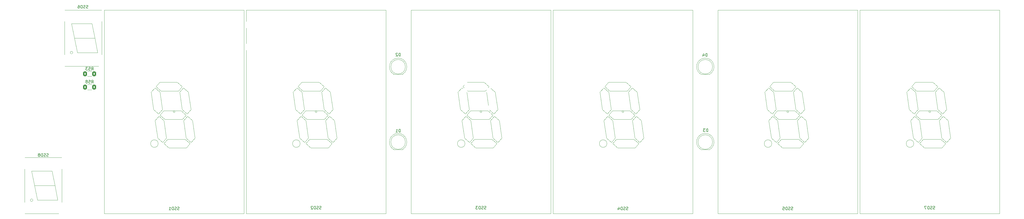
<source format=gbr>
%TF.GenerationSoftware,KiCad,Pcbnew,(6.0.10)*%
%TF.CreationDate,2023-02-22T22:23:04-03:00*%
%TF.ProjectId,SevenSegmentClock,53657665-6e53-4656-976d-656e74436c6f,rev?*%
%TF.SameCoordinates,Original*%
%TF.FileFunction,Legend,Bot*%
%TF.FilePolarity,Positive*%
%FSLAX46Y46*%
G04 Gerber Fmt 4.6, Leading zero omitted, Abs format (unit mm)*
G04 Created by KiCad (PCBNEW (6.0.10)) date 2023-02-22 22:23:04*
%MOMM*%
%LPD*%
G01*
G04 APERTURE LIST*
G04 Aperture macros list*
%AMRoundRect*
0 Rectangle with rounded corners*
0 $1 Rounding radius*
0 $2 $3 $4 $5 $6 $7 $8 $9 X,Y pos of 4 corners*
0 Add a 4 corners polygon primitive as box body*
4,1,4,$2,$3,$4,$5,$6,$7,$8,$9,$2,$3,0*
0 Add four circle primitives for the rounded corners*
1,1,$1+$1,$2,$3*
1,1,$1+$1,$4,$5*
1,1,$1+$1,$6,$7*
1,1,$1+$1,$8,$9*
0 Add four rect primitives between the rounded corners*
20,1,$1+$1,$2,$3,$4,$5,0*
20,1,$1+$1,$4,$5,$6,$7,0*
20,1,$1+$1,$6,$7,$8,$9,0*
20,1,$1+$1,$8,$9,$2,$3,0*%
G04 Aperture macros list end*
%ADD10C,0.150000*%
%ADD11C,0.120000*%
%ADD12R,1.600000X2.400000*%
%ADD13O,1.600000X2.400000*%
%ADD14R,1.500000X1.050000*%
%ADD15O,1.500000X1.050000*%
%ADD16R,1.524000X1.524000*%
%ADD17C,1.524000*%
%ADD18R,1.700000X1.700000*%
%ADD19R,1.600000X1.600000*%
%ADD20C,1.600000*%
%ADD21O,1.600000X1.600000*%
%ADD22R,1.050000X1.500000*%
%ADD23O,1.050000X1.500000*%
%ADD24R,2.000000X2.000000*%
%ADD25C,2.000000*%
%ADD26R,2.400000X1.600000*%
%ADD27O,2.400000X1.600000*%
%ADD28R,1.500000X1.500000*%
%ADD29C,1.500000*%
%ADD30R,1.905000X2.000000*%
%ADD31O,1.905000X2.000000*%
%ADD32R,1.750000X1.750000*%
%ADD33C,1.750000*%
%ADD34R,1.524000X2.524000*%
%ADD35O,1.524000X2.524000*%
%ADD36R,1.800000X1.800000*%
%ADD37C,1.800000*%
%ADD38RoundRect,0.250000X0.400000X0.625000X-0.400000X0.625000X-0.400000X-0.625000X0.400000X-0.625000X0*%
G04 APERTURE END LIST*
D10*
%TO.C,SSD4*%
X256838195Y-149386361D02*
X256695338Y-149433980D01*
X256457242Y-149433980D01*
X256362004Y-149386361D01*
X256314385Y-149338742D01*
X256266766Y-149243504D01*
X256266766Y-149148266D01*
X256314385Y-149053028D01*
X256362004Y-149005409D01*
X256457242Y-148957790D01*
X256647719Y-148910171D01*
X256742957Y-148862552D01*
X256790576Y-148814933D01*
X256838195Y-148719695D01*
X256838195Y-148624457D01*
X256790576Y-148529219D01*
X256742957Y-148481600D01*
X256647719Y-148433980D01*
X256409623Y-148433980D01*
X256266766Y-148481600D01*
X255885814Y-149386361D02*
X255742957Y-149433980D01*
X255504861Y-149433980D01*
X255409623Y-149386361D01*
X255362004Y-149338742D01*
X255314385Y-149243504D01*
X255314385Y-149148266D01*
X255362004Y-149053028D01*
X255409623Y-149005409D01*
X255504861Y-148957790D01*
X255695338Y-148910171D01*
X255790576Y-148862552D01*
X255838195Y-148814933D01*
X255885814Y-148719695D01*
X255885814Y-148624457D01*
X255838195Y-148529219D01*
X255790576Y-148481600D01*
X255695338Y-148433980D01*
X255457242Y-148433980D01*
X255314385Y-148481600D01*
X254885814Y-149433980D02*
X254885814Y-148433980D01*
X254647719Y-148433980D01*
X254504861Y-148481600D01*
X254409623Y-148576838D01*
X254362004Y-148672076D01*
X254314385Y-148862552D01*
X254314385Y-149005409D01*
X254362004Y-149195885D01*
X254409623Y-149291123D01*
X254504861Y-149386361D01*
X254647719Y-149433980D01*
X254885814Y-149433980D01*
X253457242Y-148767314D02*
X253457242Y-149433980D01*
X253695338Y-148386361D02*
X253933433Y-149100647D01*
X253314385Y-149100647D01*
%TO.C,SSD8*%
X57719695Y-130996661D02*
X57576838Y-131044280D01*
X57338742Y-131044280D01*
X57243504Y-130996661D01*
X57195885Y-130949042D01*
X57148266Y-130853804D01*
X57148266Y-130758566D01*
X57195885Y-130663328D01*
X57243504Y-130615709D01*
X57338742Y-130568090D01*
X57529219Y-130520471D01*
X57624457Y-130472852D01*
X57672076Y-130425233D01*
X57719695Y-130329995D01*
X57719695Y-130234757D01*
X57672076Y-130139519D01*
X57624457Y-130091900D01*
X57529219Y-130044280D01*
X57291123Y-130044280D01*
X57148266Y-130091900D01*
X56767314Y-130996661D02*
X56624457Y-131044280D01*
X56386361Y-131044280D01*
X56291123Y-130996661D01*
X56243504Y-130949042D01*
X56195885Y-130853804D01*
X56195885Y-130758566D01*
X56243504Y-130663328D01*
X56291123Y-130615709D01*
X56386361Y-130568090D01*
X56576838Y-130520471D01*
X56672076Y-130472852D01*
X56719695Y-130425233D01*
X56767314Y-130329995D01*
X56767314Y-130234757D01*
X56719695Y-130139519D01*
X56672076Y-130091900D01*
X56576838Y-130044280D01*
X56338742Y-130044280D01*
X56195885Y-130091900D01*
X55767314Y-131044280D02*
X55767314Y-130044280D01*
X55529219Y-130044280D01*
X55386361Y-130091900D01*
X55291123Y-130187138D01*
X55243504Y-130282376D01*
X55195885Y-130472852D01*
X55195885Y-130615709D01*
X55243504Y-130806185D01*
X55291123Y-130901423D01*
X55386361Y-130996661D01*
X55529219Y-131044280D01*
X55767314Y-131044280D01*
X54624457Y-130472852D02*
X54719695Y-130425233D01*
X54767314Y-130377614D01*
X54814933Y-130282376D01*
X54814933Y-130234757D01*
X54767314Y-130139519D01*
X54719695Y-130091900D01*
X54624457Y-130044280D01*
X54433980Y-130044280D01*
X54338742Y-130091900D01*
X54291123Y-130139519D01*
X54243504Y-130234757D01*
X54243504Y-130282376D01*
X54291123Y-130377614D01*
X54338742Y-130425233D01*
X54433980Y-130472852D01*
X54624457Y-130472852D01*
X54719695Y-130520471D01*
X54767314Y-130568090D01*
X54814933Y-130663328D01*
X54814933Y-130853804D01*
X54767314Y-130949042D01*
X54719695Y-130996661D01*
X54624457Y-131044280D01*
X54433980Y-131044280D01*
X54338742Y-130996661D01*
X54291123Y-130949042D01*
X54243504Y-130853804D01*
X54243504Y-130663328D01*
X54291123Y-130568090D01*
X54338742Y-130520471D01*
X54433980Y-130472852D01*
%TO.C,D3*%
X284303695Y-122519280D02*
X284303695Y-121519280D01*
X284065600Y-121519280D01*
X283922742Y-121566900D01*
X283827504Y-121662138D01*
X283779885Y-121757376D01*
X283732266Y-121947852D01*
X283732266Y-122090709D01*
X283779885Y-122281185D01*
X283827504Y-122376423D01*
X283922742Y-122471661D01*
X284065600Y-122519280D01*
X284303695Y-122519280D01*
X283398933Y-121519280D02*
X282779885Y-121519280D01*
X283113219Y-121900233D01*
X282970361Y-121900233D01*
X282875123Y-121947852D01*
X282827504Y-121995471D01*
X282779885Y-122090709D01*
X282779885Y-122328804D01*
X282827504Y-122424042D01*
X282875123Y-122471661D01*
X282970361Y-122519280D01*
X283256076Y-122519280D01*
X283351314Y-122471661D01*
X283398933Y-122424042D01*
%TO.C,D1*%
X178639695Y-122646280D02*
X178639695Y-121646280D01*
X178401600Y-121646280D01*
X178258742Y-121693900D01*
X178163504Y-121789138D01*
X178115885Y-121884376D01*
X178068266Y-122074852D01*
X178068266Y-122217709D01*
X178115885Y-122408185D01*
X178163504Y-122503423D01*
X178258742Y-122598661D01*
X178401600Y-122646280D01*
X178639695Y-122646280D01*
X177115885Y-122646280D02*
X177687314Y-122646280D01*
X177401600Y-122646280D02*
X177401600Y-121646280D01*
X177496838Y-121789138D01*
X177592076Y-121884376D01*
X177687314Y-121931995D01*
%TO.C,R53*%
X72511457Y-101329580D02*
X72844790Y-100853390D01*
X73082885Y-101329580D02*
X73082885Y-100329580D01*
X72701933Y-100329580D01*
X72606695Y-100377200D01*
X72559076Y-100424819D01*
X72511457Y-100520057D01*
X72511457Y-100662914D01*
X72559076Y-100758152D01*
X72606695Y-100805771D01*
X72701933Y-100853390D01*
X73082885Y-100853390D01*
X71606695Y-100329580D02*
X72082885Y-100329580D01*
X72130504Y-100805771D01*
X72082885Y-100758152D01*
X71987647Y-100710533D01*
X71749552Y-100710533D01*
X71654314Y-100758152D01*
X71606695Y-100805771D01*
X71559076Y-100901009D01*
X71559076Y-101139104D01*
X71606695Y-101234342D01*
X71654314Y-101281961D01*
X71749552Y-101329580D01*
X71987647Y-101329580D01*
X72082885Y-101281961D01*
X72130504Y-101234342D01*
X71225742Y-100329580D02*
X70606695Y-100329580D01*
X70940028Y-100710533D01*
X70797171Y-100710533D01*
X70701933Y-100758152D01*
X70654314Y-100805771D01*
X70606695Y-100901009D01*
X70606695Y-101139104D01*
X70654314Y-101234342D01*
X70701933Y-101281961D01*
X70797171Y-101329580D01*
X71082885Y-101329580D01*
X71178123Y-101281961D01*
X71225742Y-101234342D01*
%TO.C,SSD5*%
X313480195Y-149386361D02*
X313337338Y-149433980D01*
X313099242Y-149433980D01*
X313004004Y-149386361D01*
X312956385Y-149338742D01*
X312908766Y-149243504D01*
X312908766Y-149148266D01*
X312956385Y-149053028D01*
X313004004Y-149005409D01*
X313099242Y-148957790D01*
X313289719Y-148910171D01*
X313384957Y-148862552D01*
X313432576Y-148814933D01*
X313480195Y-148719695D01*
X313480195Y-148624457D01*
X313432576Y-148529219D01*
X313384957Y-148481600D01*
X313289719Y-148433980D01*
X313051623Y-148433980D01*
X312908766Y-148481600D01*
X312527814Y-149386361D02*
X312384957Y-149433980D01*
X312146861Y-149433980D01*
X312051623Y-149386361D01*
X312004004Y-149338742D01*
X311956385Y-149243504D01*
X311956385Y-149148266D01*
X312004004Y-149053028D01*
X312051623Y-149005409D01*
X312146861Y-148957790D01*
X312337338Y-148910171D01*
X312432576Y-148862552D01*
X312480195Y-148814933D01*
X312527814Y-148719695D01*
X312527814Y-148624457D01*
X312480195Y-148529219D01*
X312432576Y-148481600D01*
X312337338Y-148433980D01*
X312099242Y-148433980D01*
X311956385Y-148481600D01*
X311527814Y-149433980D02*
X311527814Y-148433980D01*
X311289719Y-148433980D01*
X311146861Y-148481600D01*
X311051623Y-148576838D01*
X311004004Y-148672076D01*
X310956385Y-148862552D01*
X310956385Y-149005409D01*
X311004004Y-149195885D01*
X311051623Y-149291123D01*
X311146861Y-149386361D01*
X311289719Y-149433980D01*
X311527814Y-149433980D01*
X310051623Y-148433980D02*
X310527814Y-148433980D01*
X310575433Y-148910171D01*
X310527814Y-148862552D01*
X310432576Y-148814933D01*
X310194480Y-148814933D01*
X310099242Y-148862552D01*
X310051623Y-148910171D01*
X310004004Y-149005409D01*
X310004004Y-149243504D01*
X310051623Y-149338742D01*
X310099242Y-149386361D01*
X310194480Y-149433980D01*
X310432576Y-149433980D01*
X310527814Y-149386361D01*
X310575433Y-149338742D01*
%TO.C,R58*%
X72511457Y-105801980D02*
X72844790Y-105325790D01*
X73082885Y-105801980D02*
X73082885Y-104801980D01*
X72701933Y-104801980D01*
X72606695Y-104849600D01*
X72559076Y-104897219D01*
X72511457Y-104992457D01*
X72511457Y-105135314D01*
X72559076Y-105230552D01*
X72606695Y-105278171D01*
X72701933Y-105325790D01*
X73082885Y-105325790D01*
X71606695Y-104801980D02*
X72082885Y-104801980D01*
X72130504Y-105278171D01*
X72082885Y-105230552D01*
X71987647Y-105182933D01*
X71749552Y-105182933D01*
X71654314Y-105230552D01*
X71606695Y-105278171D01*
X71559076Y-105373409D01*
X71559076Y-105611504D01*
X71606695Y-105706742D01*
X71654314Y-105754361D01*
X71749552Y-105801980D01*
X71987647Y-105801980D01*
X72082885Y-105754361D01*
X72130504Y-105706742D01*
X70987647Y-105230552D02*
X71082885Y-105182933D01*
X71130504Y-105135314D01*
X71178123Y-105040076D01*
X71178123Y-104992457D01*
X71130504Y-104897219D01*
X71082885Y-104849600D01*
X70987647Y-104801980D01*
X70797171Y-104801980D01*
X70701933Y-104849600D01*
X70654314Y-104897219D01*
X70606695Y-104992457D01*
X70606695Y-105040076D01*
X70654314Y-105135314D01*
X70701933Y-105182933D01*
X70797171Y-105230552D01*
X70987647Y-105230552D01*
X71082885Y-105278171D01*
X71130504Y-105325790D01*
X71178123Y-105421028D01*
X71178123Y-105611504D01*
X71130504Y-105706742D01*
X71082885Y-105754361D01*
X70987647Y-105801980D01*
X70797171Y-105801980D01*
X70701933Y-105754361D01*
X70654314Y-105706742D01*
X70606695Y-105611504D01*
X70606695Y-105421028D01*
X70654314Y-105325790D01*
X70701933Y-105278171D01*
X70797171Y-105230552D01*
%TO.C,D2*%
X178639695Y-96484280D02*
X178639695Y-95484280D01*
X178401600Y-95484280D01*
X178258742Y-95531900D01*
X178163504Y-95627138D01*
X178115885Y-95722376D01*
X178068266Y-95912852D01*
X178068266Y-96055709D01*
X178115885Y-96246185D01*
X178163504Y-96341423D01*
X178258742Y-96436661D01*
X178401600Y-96484280D01*
X178639695Y-96484280D01*
X177687314Y-95579519D02*
X177639695Y-95531900D01*
X177544457Y-95484280D01*
X177306361Y-95484280D01*
X177211123Y-95531900D01*
X177163504Y-95579519D01*
X177115885Y-95674757D01*
X177115885Y-95769995D01*
X177163504Y-95912852D01*
X177734933Y-96484280D01*
X177115885Y-96484280D01*
%TO.C,SSD3*%
X208070195Y-149132361D02*
X207927338Y-149179980D01*
X207689242Y-149179980D01*
X207594004Y-149132361D01*
X207546385Y-149084742D01*
X207498766Y-148989504D01*
X207498766Y-148894266D01*
X207546385Y-148799028D01*
X207594004Y-148751409D01*
X207689242Y-148703790D01*
X207879719Y-148656171D01*
X207974957Y-148608552D01*
X208022576Y-148560933D01*
X208070195Y-148465695D01*
X208070195Y-148370457D01*
X208022576Y-148275219D01*
X207974957Y-148227600D01*
X207879719Y-148179980D01*
X207641623Y-148179980D01*
X207498766Y-148227600D01*
X207117814Y-149132361D02*
X206974957Y-149179980D01*
X206736861Y-149179980D01*
X206641623Y-149132361D01*
X206594004Y-149084742D01*
X206546385Y-148989504D01*
X206546385Y-148894266D01*
X206594004Y-148799028D01*
X206641623Y-148751409D01*
X206736861Y-148703790D01*
X206927338Y-148656171D01*
X207022576Y-148608552D01*
X207070195Y-148560933D01*
X207117814Y-148465695D01*
X207117814Y-148370457D01*
X207070195Y-148275219D01*
X207022576Y-148227600D01*
X206927338Y-148179980D01*
X206689242Y-148179980D01*
X206546385Y-148227600D01*
X206117814Y-149179980D02*
X206117814Y-148179980D01*
X205879719Y-148179980D01*
X205736861Y-148227600D01*
X205641623Y-148322838D01*
X205594004Y-148418076D01*
X205546385Y-148608552D01*
X205546385Y-148751409D01*
X205594004Y-148941885D01*
X205641623Y-149037123D01*
X205736861Y-149132361D01*
X205879719Y-149179980D01*
X206117814Y-149179980D01*
X205213052Y-148179980D02*
X204594004Y-148179980D01*
X204927338Y-148560933D01*
X204784480Y-148560933D01*
X204689242Y-148608552D01*
X204641623Y-148656171D01*
X204594004Y-148751409D01*
X204594004Y-148989504D01*
X204641623Y-149084742D01*
X204689242Y-149132361D01*
X204784480Y-149179980D01*
X205070195Y-149179980D01*
X205165433Y-149132361D01*
X205213052Y-149084742D01*
%TO.C,SSD6*%
X71308695Y-79993461D02*
X71165838Y-80041080D01*
X70927742Y-80041080D01*
X70832504Y-79993461D01*
X70784885Y-79945842D01*
X70737266Y-79850604D01*
X70737266Y-79755366D01*
X70784885Y-79660128D01*
X70832504Y-79612509D01*
X70927742Y-79564890D01*
X71118219Y-79517271D01*
X71213457Y-79469652D01*
X71261076Y-79422033D01*
X71308695Y-79326795D01*
X71308695Y-79231557D01*
X71261076Y-79136319D01*
X71213457Y-79088700D01*
X71118219Y-79041080D01*
X70880123Y-79041080D01*
X70737266Y-79088700D01*
X70356314Y-79993461D02*
X70213457Y-80041080D01*
X69975361Y-80041080D01*
X69880123Y-79993461D01*
X69832504Y-79945842D01*
X69784885Y-79850604D01*
X69784885Y-79755366D01*
X69832504Y-79660128D01*
X69880123Y-79612509D01*
X69975361Y-79564890D01*
X70165838Y-79517271D01*
X70261076Y-79469652D01*
X70308695Y-79422033D01*
X70356314Y-79326795D01*
X70356314Y-79231557D01*
X70308695Y-79136319D01*
X70261076Y-79088700D01*
X70165838Y-79041080D01*
X69927742Y-79041080D01*
X69784885Y-79088700D01*
X69356314Y-80041080D02*
X69356314Y-79041080D01*
X69118219Y-79041080D01*
X68975361Y-79088700D01*
X68880123Y-79183938D01*
X68832504Y-79279176D01*
X68784885Y-79469652D01*
X68784885Y-79612509D01*
X68832504Y-79802985D01*
X68880123Y-79898223D01*
X68975361Y-79993461D01*
X69118219Y-80041080D01*
X69356314Y-80041080D01*
X67927742Y-79041080D02*
X68118219Y-79041080D01*
X68213457Y-79088700D01*
X68261076Y-79136319D01*
X68356314Y-79279176D01*
X68403933Y-79469652D01*
X68403933Y-79850604D01*
X68356314Y-79945842D01*
X68308695Y-79993461D01*
X68213457Y-80041080D01*
X68022980Y-80041080D01*
X67927742Y-79993461D01*
X67880123Y-79945842D01*
X67832504Y-79850604D01*
X67832504Y-79612509D01*
X67880123Y-79517271D01*
X67927742Y-79469652D01*
X68022980Y-79422033D01*
X68213457Y-79422033D01*
X68308695Y-79469652D01*
X68356314Y-79517271D01*
X68403933Y-79612509D01*
%TO.C,SSD2*%
X151428195Y-149132361D02*
X151285338Y-149179980D01*
X151047242Y-149179980D01*
X150952004Y-149132361D01*
X150904385Y-149084742D01*
X150856766Y-148989504D01*
X150856766Y-148894266D01*
X150904385Y-148799028D01*
X150952004Y-148751409D01*
X151047242Y-148703790D01*
X151237719Y-148656171D01*
X151332957Y-148608552D01*
X151380576Y-148560933D01*
X151428195Y-148465695D01*
X151428195Y-148370457D01*
X151380576Y-148275219D01*
X151332957Y-148227600D01*
X151237719Y-148179980D01*
X150999623Y-148179980D01*
X150856766Y-148227600D01*
X150475814Y-149132361D02*
X150332957Y-149179980D01*
X150094861Y-149179980D01*
X149999623Y-149132361D01*
X149952004Y-149084742D01*
X149904385Y-148989504D01*
X149904385Y-148894266D01*
X149952004Y-148799028D01*
X149999623Y-148751409D01*
X150094861Y-148703790D01*
X150285338Y-148656171D01*
X150380576Y-148608552D01*
X150428195Y-148560933D01*
X150475814Y-148465695D01*
X150475814Y-148370457D01*
X150428195Y-148275219D01*
X150380576Y-148227600D01*
X150285338Y-148179980D01*
X150047242Y-148179980D01*
X149904385Y-148227600D01*
X149475814Y-149179980D02*
X149475814Y-148179980D01*
X149237719Y-148179980D01*
X149094861Y-148227600D01*
X148999623Y-148322838D01*
X148952004Y-148418076D01*
X148904385Y-148608552D01*
X148904385Y-148751409D01*
X148952004Y-148941885D01*
X148999623Y-149037123D01*
X149094861Y-149132361D01*
X149237719Y-149179980D01*
X149475814Y-149179980D01*
X148523433Y-148275219D02*
X148475814Y-148227600D01*
X148380576Y-148179980D01*
X148142480Y-148179980D01*
X148047242Y-148227600D01*
X147999623Y-148275219D01*
X147952004Y-148370457D01*
X147952004Y-148465695D01*
X147999623Y-148608552D01*
X148571052Y-149179980D01*
X147952004Y-149179980D01*
%TO.C,SSD1*%
X102660195Y-149386361D02*
X102517338Y-149433980D01*
X102279242Y-149433980D01*
X102184004Y-149386361D01*
X102136385Y-149338742D01*
X102088766Y-149243504D01*
X102088766Y-149148266D01*
X102136385Y-149053028D01*
X102184004Y-149005409D01*
X102279242Y-148957790D01*
X102469719Y-148910171D01*
X102564957Y-148862552D01*
X102612576Y-148814933D01*
X102660195Y-148719695D01*
X102660195Y-148624457D01*
X102612576Y-148529219D01*
X102564957Y-148481600D01*
X102469719Y-148433980D01*
X102231623Y-148433980D01*
X102088766Y-148481600D01*
X101707814Y-149386361D02*
X101564957Y-149433980D01*
X101326861Y-149433980D01*
X101231623Y-149386361D01*
X101184004Y-149338742D01*
X101136385Y-149243504D01*
X101136385Y-149148266D01*
X101184004Y-149053028D01*
X101231623Y-149005409D01*
X101326861Y-148957790D01*
X101517338Y-148910171D01*
X101612576Y-148862552D01*
X101660195Y-148814933D01*
X101707814Y-148719695D01*
X101707814Y-148624457D01*
X101660195Y-148529219D01*
X101612576Y-148481600D01*
X101517338Y-148433980D01*
X101279242Y-148433980D01*
X101136385Y-148481600D01*
X100707814Y-149433980D02*
X100707814Y-148433980D01*
X100469719Y-148433980D01*
X100326861Y-148481600D01*
X100231623Y-148576838D01*
X100184004Y-148672076D01*
X100136385Y-148862552D01*
X100136385Y-149005409D01*
X100184004Y-149195885D01*
X100231623Y-149291123D01*
X100326861Y-149386361D01*
X100469719Y-149433980D01*
X100707814Y-149433980D01*
X99184004Y-149433980D02*
X99755433Y-149433980D01*
X99469719Y-149433980D02*
X99469719Y-148433980D01*
X99564957Y-148576838D01*
X99660195Y-148672076D01*
X99755433Y-148719695D01*
%TO.C,D4*%
X284049695Y-96611280D02*
X284049695Y-95611280D01*
X283811600Y-95611280D01*
X283668742Y-95658900D01*
X283573504Y-95754138D01*
X283525885Y-95849376D01*
X283478266Y-96039852D01*
X283478266Y-96182709D01*
X283525885Y-96373185D01*
X283573504Y-96468423D01*
X283668742Y-96563661D01*
X283811600Y-96611280D01*
X284049695Y-96611280D01*
X282621123Y-95944614D02*
X282621123Y-96611280D01*
X282859219Y-95563661D02*
X283097314Y-96277947D01*
X282478266Y-96277947D01*
%TO.C,SSD7*%
X362248195Y-149132361D02*
X362105338Y-149179980D01*
X361867242Y-149179980D01*
X361772004Y-149132361D01*
X361724385Y-149084742D01*
X361676766Y-148989504D01*
X361676766Y-148894266D01*
X361724385Y-148799028D01*
X361772004Y-148751409D01*
X361867242Y-148703790D01*
X362057719Y-148656171D01*
X362152957Y-148608552D01*
X362200576Y-148560933D01*
X362248195Y-148465695D01*
X362248195Y-148370457D01*
X362200576Y-148275219D01*
X362152957Y-148227600D01*
X362057719Y-148179980D01*
X361819623Y-148179980D01*
X361676766Y-148227600D01*
X361295814Y-149132361D02*
X361152957Y-149179980D01*
X360914861Y-149179980D01*
X360819623Y-149132361D01*
X360772004Y-149084742D01*
X360724385Y-148989504D01*
X360724385Y-148894266D01*
X360772004Y-148799028D01*
X360819623Y-148751409D01*
X360914861Y-148703790D01*
X361105338Y-148656171D01*
X361200576Y-148608552D01*
X361248195Y-148560933D01*
X361295814Y-148465695D01*
X361295814Y-148370457D01*
X361248195Y-148275219D01*
X361200576Y-148227600D01*
X361105338Y-148179980D01*
X360867242Y-148179980D01*
X360724385Y-148227600D01*
X360295814Y-149179980D02*
X360295814Y-148179980D01*
X360057719Y-148179980D01*
X359914861Y-148227600D01*
X359819623Y-148322838D01*
X359772004Y-148418076D01*
X359724385Y-148608552D01*
X359724385Y-148751409D01*
X359772004Y-148941885D01*
X359819623Y-149037123D01*
X359914861Y-149132361D01*
X360057719Y-149179980D01*
X360295814Y-149179980D01*
X359391052Y-148179980D02*
X358724385Y-148179980D01*
X359152957Y-149179980D01*
D11*
%TO.C,SSD4*%
X260610100Y-126611600D02*
X258890100Y-125111600D01*
X257850100Y-107011600D02*
X257850100Y-107011600D01*
X257870100Y-114911600D02*
X257010100Y-108911600D01*
X259570100Y-116411600D02*
X259570100Y-116411600D01*
X257850100Y-107011600D02*
X256150100Y-105511600D01*
X249770100Y-116411600D02*
X249770100Y-116411600D01*
X251150100Y-126211600D02*
X249450100Y-124711600D01*
X260010100Y-108911600D02*
X260870100Y-114911600D01*
X256570100Y-108511600D02*
X257850100Y-107011600D01*
X248510100Y-107411600D02*
X250210100Y-108911600D01*
X251590100Y-118711600D02*
X252450100Y-124711600D01*
X259230100Y-116811600D02*
X257510100Y-115311600D01*
X251150100Y-126211600D02*
X251150100Y-126211600D01*
X253310100Y-128111600D02*
X259310100Y-128111600D01*
X252890100Y-125111600D02*
X251610100Y-126611600D01*
X250150100Y-105511600D02*
X248850100Y-107011600D01*
X260610100Y-126611600D02*
X260610100Y-126611600D01*
X250210100Y-108911600D02*
X251070100Y-114911600D01*
X251070100Y-114911600D02*
X249770100Y-116411600D01*
X247210100Y-108911600D02*
X248510100Y-107411600D01*
X259310100Y-128111600D02*
X260610100Y-126611600D01*
X251950100Y-118311600D02*
X257950100Y-118311600D01*
X248070100Y-114911600D02*
X247210100Y-108911600D01*
X249770100Y-116411600D02*
X248070100Y-114911600D01*
X261390100Y-118711600D02*
X262250100Y-124711600D01*
X258390100Y-118711600D02*
X259690100Y-117211600D01*
X257950100Y-118311600D02*
X259230100Y-116811600D01*
X260950100Y-126211600D02*
X259250100Y-124711600D01*
X248850100Y-107011600D02*
X250570100Y-108511600D01*
X259570100Y-116411600D02*
X257870100Y-114911600D01*
X250230100Y-116811600D02*
X251950100Y-118311600D01*
X256150100Y-105511600D02*
X250150100Y-105511600D01*
X249450100Y-124711600D02*
X248590100Y-118711600D01*
X252450100Y-124711600D02*
X251150100Y-126211600D01*
X257510100Y-115311600D02*
X251510100Y-115311600D01*
X259690100Y-117211600D02*
X261390100Y-118711600D01*
X249890100Y-117211600D02*
X251590100Y-118711600D01*
X251510100Y-115311600D02*
X250230100Y-116811600D01*
X251610100Y-126611600D02*
X253310100Y-128111600D01*
X259250100Y-124711600D02*
X258390100Y-118711600D01*
X260950100Y-126211600D02*
X260950100Y-126211600D01*
X257010100Y-108911600D02*
X258310100Y-107411600D01*
X248590100Y-118711600D02*
X249890100Y-117211600D01*
X258310100Y-107411600D02*
X260010100Y-108911600D01*
X259230100Y-116811600D02*
X259230100Y-116811600D01*
X250570100Y-108511600D02*
X256570100Y-108511600D01*
X260870100Y-114911600D02*
X259570100Y-116411600D01*
X258890100Y-125111600D02*
X252890100Y-125111600D01*
X262250100Y-124711600D02*
X260950100Y-126211600D01*
X279100100Y-150671600D02*
X231100100Y-150671600D01*
X231100100Y-150671600D02*
X231100100Y-80671600D01*
X231100100Y-80671600D02*
X279100100Y-80671600D01*
X279100100Y-80671600D02*
X279100100Y-150671600D01*
X255410100Y-115671600D02*
G75*
G03*
X255410100Y-115671600I-310000J0D01*
G01*
X249630100Y-126611600D02*
G75*
G03*
X249630100Y-126611600I-1300000J0D01*
G01*
%TO.C,SSD8*%
X58964100Y-136071600D02*
X51964100Y-136071600D01*
X58964100Y-136071600D02*
X59964100Y-141071600D01*
X53964100Y-146071600D02*
X52964100Y-141071600D01*
X61264100Y-150706600D02*
X49664100Y-150706600D01*
X51964100Y-136071600D02*
X52964100Y-141071600D01*
X59964100Y-141071600D02*
X60964100Y-146071600D01*
X49664100Y-131436600D02*
X62264100Y-131436600D01*
X60964100Y-146071600D02*
X53964100Y-146071600D01*
X62374100Y-146786600D02*
X62374100Y-135356600D01*
X52964100Y-141071600D02*
X59964100Y-141071600D01*
X49554100Y-146786600D02*
X49554100Y-135356600D01*
X52411314Y-146071600D02*
G75*
G03*
X52411314Y-146071600I-447214J0D01*
G01*
%TO.C,D3*%
X284966100Y-128645600D02*
X281876100Y-128645600D01*
X283421562Y-123095600D02*
G75*
G03*
X281876270Y-128645600I-462J-2990000D01*
G01*
X284965930Y-128645600D02*
G75*
G03*
X283420638Y-123095600I-1544830J2560000D01*
G01*
X285921100Y-126085600D02*
G75*
G03*
X285921100Y-126085600I-2500000J0D01*
G01*
%TO.C,D1*%
X179429100Y-128645600D02*
X176339100Y-128645600D01*
X177884562Y-123095600D02*
G75*
G03*
X176339270Y-128645600I-462J-2990000D01*
G01*
X179428930Y-128645600D02*
G75*
G03*
X177883638Y-123095600I-1544830J2560000D01*
G01*
X180384100Y-126085600D02*
G75*
G03*
X180384100Y-126085600I-2500000J0D01*
G01*
%TO.C,R53*%
X72595664Y-103480200D02*
X71141536Y-103480200D01*
X72595664Y-101660200D02*
X71141536Y-101660200D01*
%TO.C,SSD5*%
X306092100Y-124711600D02*
X305232100Y-118711600D01*
X305492100Y-107011600D02*
X307212100Y-108511600D01*
X314492100Y-107011600D02*
X312792100Y-105511600D01*
X306792100Y-105511600D02*
X305492100Y-107011600D01*
X318032100Y-118711600D02*
X318892100Y-124711600D01*
X306852100Y-108911600D02*
X307712100Y-114911600D01*
X315532100Y-125111600D02*
X309532100Y-125111600D01*
X306872100Y-116811600D02*
X308592100Y-118311600D01*
X315872100Y-116811600D02*
X314152100Y-115311600D01*
X308592100Y-118311600D02*
X314592100Y-118311600D01*
X307212100Y-108511600D02*
X313212100Y-108511600D01*
X316332100Y-117211600D02*
X318032100Y-118711600D01*
X306412100Y-116411600D02*
X304712100Y-114911600D01*
X314512100Y-114911600D02*
X313652100Y-108911600D01*
X313652100Y-108911600D02*
X314952100Y-107411600D01*
X313212100Y-108511600D02*
X314492100Y-107011600D01*
X308232100Y-118711600D02*
X309092100Y-124711600D01*
X309952100Y-128111600D02*
X315952100Y-128111600D01*
X305232100Y-118711600D02*
X306532100Y-117211600D01*
X315892100Y-124711600D02*
X315032100Y-118711600D01*
X309532100Y-125111600D02*
X308252100Y-126611600D01*
X317512100Y-114911600D02*
X316212100Y-116411600D01*
X306532100Y-117211600D02*
X308232100Y-118711600D01*
X312792100Y-105511600D02*
X306792100Y-105511600D01*
X314152100Y-115311600D02*
X308152100Y-115311600D01*
X316212100Y-116411600D02*
X316212100Y-116411600D01*
X304712100Y-114911600D02*
X303852100Y-108911600D01*
X303852100Y-108911600D02*
X305152100Y-107411600D01*
X317252100Y-126611600D02*
X317252100Y-126611600D01*
X315032100Y-118711600D02*
X316332100Y-117211600D01*
X317252100Y-126611600D02*
X315532100Y-125111600D01*
X314952100Y-107411600D02*
X316652100Y-108911600D01*
X307792100Y-126211600D02*
X306092100Y-124711600D01*
X316652100Y-108911600D02*
X317512100Y-114911600D01*
X317592100Y-126211600D02*
X315892100Y-124711600D01*
X314492100Y-107011600D02*
X314492100Y-107011600D01*
X308252100Y-126611600D02*
X309952100Y-128111600D01*
X317592100Y-126211600D02*
X317592100Y-126211600D01*
X308152100Y-115311600D02*
X306872100Y-116811600D01*
X306412100Y-116411600D02*
X306412100Y-116411600D01*
X307712100Y-114911600D02*
X306412100Y-116411600D01*
X314592100Y-118311600D02*
X315872100Y-116811600D01*
X318892100Y-124711600D02*
X317592100Y-126211600D01*
X309092100Y-124711600D02*
X307792100Y-126211600D01*
X305152100Y-107411600D02*
X306852100Y-108911600D01*
X307792100Y-126211600D02*
X307792100Y-126211600D01*
X316212100Y-116411600D02*
X314512100Y-114911600D01*
X315952100Y-128111600D02*
X317252100Y-126611600D01*
X315872100Y-116811600D02*
X315872100Y-116811600D01*
X335742100Y-150671600D02*
X287742100Y-150671600D01*
X287742100Y-150671600D02*
X287742100Y-80671600D01*
X287742100Y-80671600D02*
X335742100Y-80671600D01*
X335742100Y-80671600D02*
X335742100Y-150671600D01*
X306272100Y-126611600D02*
G75*
G03*
X306272100Y-126611600I-1300000J0D01*
G01*
X312052100Y-115671600D02*
G75*
G03*
X312052100Y-115671600I-310000J0D01*
G01*
%TO.C,R58*%
X72595664Y-108079600D02*
X71141536Y-108079600D01*
X72595664Y-106259600D02*
X71141536Y-106259600D01*
%TO.C,D2*%
X179429100Y-102737600D02*
X176339100Y-102737600D01*
X179428930Y-102737600D02*
G75*
G03*
X177883638Y-97187600I-1544830J2560000D01*
G01*
X177884562Y-97187600D02*
G75*
G03*
X176339270Y-102737600I-462J-2990000D01*
G01*
X180384100Y-100177600D02*
G75*
G03*
X180384100Y-100177600I-2500000J0D01*
G01*
%TO.C,SSD3*%
X209102100Y-114911600D02*
X208242100Y-108911600D01*
X200082100Y-107011600D02*
X201802100Y-108511600D01*
X209542100Y-107411600D02*
X211242100Y-108911600D01*
X202382100Y-126211600D02*
X202382100Y-126211600D01*
X201462100Y-116811600D02*
X203182100Y-118311600D01*
X213482100Y-124711600D02*
X212182100Y-126211600D01*
X203682100Y-124711600D02*
X202382100Y-126211600D01*
X209082100Y-107011600D02*
X207382100Y-105511600D01*
X209182100Y-118311600D02*
X210462100Y-116811600D01*
X202842100Y-126611600D02*
X204542100Y-128111600D01*
X210802100Y-116411600D02*
X209102100Y-114911600D01*
X204122100Y-125111600D02*
X202842100Y-126611600D01*
X211842100Y-126611600D02*
X211842100Y-126611600D01*
X209622100Y-118711600D02*
X210922100Y-117211600D01*
X210462100Y-116811600D02*
X210462100Y-116811600D01*
X201382100Y-105511600D02*
X200082100Y-107011600D01*
X204542100Y-128111600D02*
X210542100Y-128111600D01*
X198442100Y-108911600D02*
X199742100Y-107411600D01*
X212182100Y-126211600D02*
X212182100Y-126211600D01*
X201122100Y-117211600D02*
X202822100Y-118711600D01*
X201442100Y-108911600D02*
X202302100Y-114911600D01*
X199822100Y-118711600D02*
X201122100Y-117211600D01*
X208742100Y-115311600D02*
X202742100Y-115311600D01*
X207802100Y-108511600D02*
X209082100Y-107011600D01*
X202822100Y-118711600D02*
X203682100Y-124711600D01*
X211242100Y-108911600D02*
X212102100Y-114911600D01*
X202382100Y-126211600D02*
X200682100Y-124711600D01*
X210542100Y-128111600D02*
X211842100Y-126611600D01*
X207382100Y-105511600D02*
X201382100Y-105511600D01*
X210462100Y-116811600D02*
X208742100Y-115311600D01*
X209082100Y-107011600D02*
X209082100Y-107011600D01*
X203182100Y-118311600D02*
X209182100Y-118311600D01*
X212102100Y-114911600D02*
X210802100Y-116411600D01*
X210482100Y-124711600D02*
X209622100Y-118711600D01*
X201802100Y-108511600D02*
X207802100Y-108511600D01*
X208242100Y-108911600D02*
X209542100Y-107411600D01*
X211842100Y-126611600D02*
X210122100Y-125111600D01*
X202302100Y-114911600D02*
X201002100Y-116411600D01*
X212622100Y-118711600D02*
X213482100Y-124711600D01*
X202742100Y-115311600D02*
X201462100Y-116811600D01*
X212182100Y-126211600D02*
X210482100Y-124711600D01*
X199742100Y-107411600D02*
X201442100Y-108911600D01*
X210122100Y-125111600D02*
X204122100Y-125111600D01*
X200682100Y-124711600D02*
X199822100Y-118711600D01*
X201002100Y-116411600D02*
X199302100Y-114911600D01*
X210802100Y-116411600D02*
X210802100Y-116411600D01*
X199302100Y-114911600D02*
X198442100Y-108911600D01*
X201002100Y-116411600D02*
X201002100Y-116411600D01*
X210922100Y-117211600D02*
X212622100Y-118711600D01*
X230332100Y-150671600D02*
X182332100Y-150671600D01*
X182332100Y-150671600D02*
X182332100Y-80671600D01*
X182332100Y-80671600D02*
X230332100Y-80671600D01*
X230332100Y-80671600D02*
X230332100Y-150671600D01*
X206642100Y-115671600D02*
G75*
G03*
X206642100Y-115671600I-310000J0D01*
G01*
X200862100Y-126611600D02*
G75*
G03*
X200862100Y-126611600I-1300000J0D01*
G01*
%TO.C,SSD6*%
X63270100Y-96037400D02*
X63270100Y-84607400D01*
X67680100Y-95322400D02*
X66680100Y-90322400D01*
X65680100Y-85322400D02*
X66680100Y-90322400D01*
X63380100Y-80687400D02*
X75980100Y-80687400D01*
X74680100Y-95322400D02*
X67680100Y-95322400D01*
X74980100Y-99957400D02*
X63380100Y-99957400D01*
X72680100Y-85322400D02*
X73680100Y-90322400D01*
X72680100Y-85322400D02*
X65680100Y-85322400D01*
X73680100Y-90322400D02*
X74680100Y-95322400D01*
X66680100Y-90322400D02*
X73680100Y-90322400D01*
X76090100Y-96037400D02*
X76090100Y-84607400D01*
X66127314Y-95322400D02*
G75*
G03*
X66127314Y-95322400I-447214J0D01*
G01*
%TO.C,SSD2*%
X141800100Y-108911600D02*
X143100100Y-107411600D01*
X151600100Y-108911600D02*
X152900100Y-107411600D01*
X144480100Y-117211600D02*
X146180100Y-118711600D01*
X155460100Y-114911600D02*
X154160100Y-116411600D01*
X154160100Y-116411600D02*
X154160100Y-116411600D01*
X155980100Y-118711600D02*
X156840100Y-124711600D01*
X153840100Y-124711600D02*
X152980100Y-118711600D01*
X145740100Y-126211600D02*
X145740100Y-126211600D01*
X151160100Y-108511600D02*
X152440100Y-107011600D01*
X147480100Y-125111600D02*
X146200100Y-126611600D01*
X144360100Y-116411600D02*
X144360100Y-116411600D01*
X146180100Y-118711600D02*
X147040100Y-124711600D01*
X144360100Y-116411600D02*
X142660100Y-114911600D01*
X145660100Y-114911600D02*
X144360100Y-116411600D01*
X146540100Y-118311600D02*
X152540100Y-118311600D01*
X152540100Y-118311600D02*
X153820100Y-116811600D01*
X146200100Y-126611600D02*
X147900100Y-128111600D01*
X153820100Y-116811600D02*
X153820100Y-116811600D01*
X144040100Y-124711600D02*
X143180100Y-118711600D01*
X143180100Y-118711600D02*
X144480100Y-117211600D01*
X152100100Y-115311600D02*
X146100100Y-115311600D01*
X152440100Y-107011600D02*
X150740100Y-105511600D01*
X144820100Y-116811600D02*
X146540100Y-118311600D01*
X147040100Y-124711600D02*
X145740100Y-126211600D01*
X153480100Y-125111600D02*
X147480100Y-125111600D01*
X150740100Y-105511600D02*
X144740100Y-105511600D01*
X155540100Y-126211600D02*
X153840100Y-124711600D01*
X153820100Y-116811600D02*
X152100100Y-115311600D01*
X144800100Y-108911600D02*
X145660100Y-114911600D01*
X152460100Y-114911600D02*
X151600100Y-108911600D01*
X144740100Y-105511600D02*
X143440100Y-107011600D01*
X152900100Y-107411600D02*
X154600100Y-108911600D01*
X154280100Y-117211600D02*
X155980100Y-118711600D01*
X143440100Y-107011600D02*
X145160100Y-108511600D01*
X155200100Y-126611600D02*
X153480100Y-125111600D01*
X152980100Y-118711600D02*
X154280100Y-117211600D01*
X145740100Y-126211600D02*
X144040100Y-124711600D01*
X145160100Y-108511600D02*
X151160100Y-108511600D01*
X143100100Y-107411600D02*
X144800100Y-108911600D01*
X156840100Y-124711600D02*
X155540100Y-126211600D01*
X153900100Y-128111600D02*
X155200100Y-126611600D01*
X142660100Y-114911600D02*
X141800100Y-108911600D01*
X146100100Y-115311600D02*
X144820100Y-116811600D01*
X154160100Y-116411600D02*
X152460100Y-114911600D01*
X155200100Y-126611600D02*
X155200100Y-126611600D01*
X152440100Y-107011600D02*
X152440100Y-107011600D01*
X154600100Y-108911600D02*
X155460100Y-114911600D01*
X147900100Y-128111600D02*
X153900100Y-128111600D01*
X155540100Y-126211600D02*
X155540100Y-126211600D01*
X173690100Y-150671600D02*
X125690100Y-150671600D01*
X125690100Y-150671600D02*
X125690100Y-80671600D01*
X125690100Y-80671600D02*
X173690100Y-80671600D01*
X173690100Y-80671600D02*
X173690100Y-150671600D01*
X144220100Y-126611600D02*
G75*
G03*
X144220100Y-126611600I-1300000J0D01*
G01*
X150000100Y-115671600D02*
G75*
G03*
X150000100Y-115671600I-310000J0D01*
G01*
%TO.C,SSD1*%
X97772100Y-118311600D02*
X103772100Y-118311600D01*
X104712100Y-125111600D02*
X98712100Y-125111600D01*
X99132100Y-128111600D02*
X105132100Y-128111600D01*
X103772100Y-118311600D02*
X105052100Y-116811600D01*
X93032100Y-108911600D02*
X94332100Y-107411600D01*
X95592100Y-116411600D02*
X95592100Y-116411600D01*
X105072100Y-124711600D02*
X104212100Y-118711600D01*
X103672100Y-107011600D02*
X101972100Y-105511600D01*
X95272100Y-124711600D02*
X94412100Y-118711600D01*
X103332100Y-115311600D02*
X97332100Y-115311600D01*
X105052100Y-116811600D02*
X105052100Y-116811600D01*
X106432100Y-126611600D02*
X104712100Y-125111600D01*
X94412100Y-118711600D02*
X95712100Y-117211600D01*
X95712100Y-117211600D02*
X97412100Y-118711600D01*
X105392100Y-116411600D02*
X103692100Y-114911600D01*
X106432100Y-126611600D02*
X106432100Y-126611600D01*
X106772100Y-126211600D02*
X106772100Y-126211600D01*
X96972100Y-126211600D02*
X95272100Y-124711600D01*
X102832100Y-108911600D02*
X104132100Y-107411600D01*
X103692100Y-114911600D02*
X102832100Y-108911600D01*
X96392100Y-108511600D02*
X102392100Y-108511600D01*
X93892100Y-114911600D02*
X93032100Y-108911600D01*
X96032100Y-108911600D02*
X96892100Y-114911600D01*
X96052100Y-116811600D02*
X97772100Y-118311600D01*
X98712100Y-125111600D02*
X97432100Y-126611600D01*
X96892100Y-114911600D02*
X95592100Y-116411600D01*
X106692100Y-114911600D02*
X105392100Y-116411600D01*
X98272100Y-124711600D02*
X96972100Y-126211600D01*
X96972100Y-126211600D02*
X96972100Y-126211600D01*
X97412100Y-118711600D02*
X98272100Y-124711600D01*
X104132100Y-107411600D02*
X105832100Y-108911600D01*
X101972100Y-105511600D02*
X95972100Y-105511600D01*
X107212100Y-118711600D02*
X108072100Y-124711600D01*
X94332100Y-107411600D02*
X96032100Y-108911600D01*
X106772100Y-126211600D02*
X105072100Y-124711600D01*
X102392100Y-108511600D02*
X103672100Y-107011600D01*
X105392100Y-116411600D02*
X105392100Y-116411600D01*
X108072100Y-124711600D02*
X106772100Y-126211600D01*
X105832100Y-108911600D02*
X106692100Y-114911600D01*
X105132100Y-128111600D02*
X106432100Y-126611600D01*
X105512100Y-117211600D02*
X107212100Y-118711600D01*
X97332100Y-115311600D02*
X96052100Y-116811600D01*
X103672100Y-107011600D02*
X103672100Y-107011600D01*
X97432100Y-126611600D02*
X99132100Y-128111600D01*
X95972100Y-105511600D02*
X94672100Y-107011600D01*
X104212100Y-118711600D02*
X105512100Y-117211600D01*
X105052100Y-116811600D02*
X103332100Y-115311600D01*
X94672100Y-107011600D02*
X96392100Y-108511600D01*
X95592100Y-116411600D02*
X93892100Y-114911600D01*
X124922100Y-150671600D02*
X76922100Y-150671600D01*
X76922100Y-150671600D02*
X76922100Y-80671600D01*
X76922100Y-80671600D02*
X124922100Y-80671600D01*
X124922100Y-80671600D02*
X124922100Y-150671600D01*
X101232100Y-115671600D02*
G75*
G03*
X101232100Y-115671600I-310000J0D01*
G01*
X95452100Y-126611600D02*
G75*
G03*
X95452100Y-126611600I-1300000J0D01*
G01*
%TO.C,D4*%
X284966100Y-102737600D02*
X281876100Y-102737600D01*
X283421562Y-97187600D02*
G75*
G03*
X281876270Y-102737600I-462J-2990000D01*
G01*
X284965930Y-102737600D02*
G75*
G03*
X283420638Y-97187600I-1544830J2560000D01*
G01*
X285921100Y-100177600D02*
G75*
G03*
X285921100Y-100177600I-2500000J0D01*
G01*
%TO.C,SSD7*%
X361560100Y-105511600D02*
X355560100Y-105511600D01*
X363280100Y-114911600D02*
X362420100Y-108911600D01*
X364640100Y-116811600D02*
X362920100Y-115311600D01*
X365420100Y-108911600D02*
X366280100Y-114911600D01*
X361980100Y-108511600D02*
X363260100Y-107011600D01*
X355620100Y-108911600D02*
X356480100Y-114911600D01*
X366360100Y-126211600D02*
X366360100Y-126211600D01*
X355180100Y-116411600D02*
X355180100Y-116411600D01*
X362920100Y-115311600D02*
X356920100Y-115311600D01*
X358720100Y-128111600D02*
X364720100Y-128111600D01*
X363720100Y-107411600D02*
X365420100Y-108911600D01*
X357000100Y-118711600D02*
X357860100Y-124711600D01*
X352620100Y-108911600D02*
X353920100Y-107411600D01*
X355560100Y-105511600D02*
X354260100Y-107011600D01*
X363360100Y-118311600D02*
X364640100Y-116811600D01*
X353480100Y-114911600D02*
X352620100Y-108911600D01*
X357360100Y-118311600D02*
X363360100Y-118311600D01*
X362420100Y-108911600D02*
X363720100Y-107411600D01*
X357860100Y-124711600D02*
X356560100Y-126211600D01*
X366020100Y-126611600D02*
X366020100Y-126611600D01*
X354260100Y-107011600D02*
X355980100Y-108511600D01*
X356920100Y-115311600D02*
X355640100Y-116811600D01*
X363260100Y-107011600D02*
X361560100Y-105511600D01*
X355640100Y-116811600D02*
X357360100Y-118311600D01*
X355980100Y-108511600D02*
X361980100Y-108511600D01*
X364980100Y-116411600D02*
X364980100Y-116411600D01*
X363800100Y-118711600D02*
X365100100Y-117211600D01*
X364660100Y-124711600D02*
X363800100Y-118711600D01*
X363260100Y-107011600D02*
X363260100Y-107011600D01*
X354000100Y-118711600D02*
X355300100Y-117211600D01*
X356560100Y-126211600D02*
X356560100Y-126211600D01*
X364720100Y-128111600D02*
X366020100Y-126611600D01*
X355300100Y-117211600D02*
X357000100Y-118711600D01*
X366800100Y-118711600D02*
X367660100Y-124711600D01*
X365100100Y-117211600D02*
X366800100Y-118711600D01*
X366020100Y-126611600D02*
X364300100Y-125111600D01*
X364980100Y-116411600D02*
X363280100Y-114911600D01*
X356480100Y-114911600D02*
X355180100Y-116411600D01*
X357020100Y-126611600D02*
X358720100Y-128111600D01*
X355180100Y-116411600D02*
X353480100Y-114911600D01*
X367660100Y-124711600D02*
X366360100Y-126211600D01*
X364300100Y-125111600D02*
X358300100Y-125111600D01*
X354860100Y-124711600D02*
X354000100Y-118711600D01*
X364640100Y-116811600D02*
X364640100Y-116811600D01*
X358300100Y-125111600D02*
X357020100Y-126611600D01*
X353920100Y-107411600D02*
X355620100Y-108911600D01*
X356560100Y-126211600D02*
X354860100Y-124711600D01*
X366280100Y-114911600D02*
X364980100Y-116411600D01*
X366360100Y-126211600D02*
X364660100Y-124711600D01*
X384510100Y-150671600D02*
X336510100Y-150671600D01*
X336510100Y-150671600D02*
X336510100Y-80671600D01*
X336510100Y-80671600D02*
X384510100Y-80671600D01*
X384510100Y-80671600D02*
X384510100Y-150671600D01*
X360820100Y-115671600D02*
G75*
G03*
X360820100Y-115671600I-310000J0D01*
G01*
X355040100Y-126611600D02*
G75*
G03*
X355040100Y-126611600I-1300000J0D01*
G01*
%TD*%
%LPC*%
D12*
%TO.C,U9*%
X118337800Y-93371800D03*
D13*
X120877800Y-93371800D03*
X123417800Y-93371800D03*
X125957800Y-93371800D03*
X128497800Y-93371800D03*
X131037800Y-93371800D03*
X133577800Y-93371800D03*
X133577800Y-85751800D03*
X131037800Y-85751800D03*
X128497800Y-85751800D03*
X125957800Y-85751800D03*
X123417800Y-85751800D03*
X120877800Y-85751800D03*
X118337800Y-85751800D03*
%TD*%
D14*
%TO.C,Q4*%
X290612400Y-107051400D03*
D15*
X290612400Y-105781400D03*
X290612400Y-104511400D03*
%TD*%
D16*
%TO.C,U15*%
X134226600Y-145641200D03*
D17*
X134226600Y-105001200D03*
X116446600Y-105001200D03*
X116446600Y-145641200D03*
%TD*%
D18*
%TO.C,J2*%
X65761000Y-148823400D03*
%TD*%
D14*
%TO.C,Q1*%
X168190600Y-129926800D03*
D15*
X168190600Y-128656800D03*
X168190600Y-127386800D03*
%TD*%
D19*
%TO.C,C23*%
X85799041Y-105018800D03*
D20*
X83299041Y-105018800D03*
%TD*%
%TO.C,R59*%
X300163200Y-118618000D03*
D21*
X300163200Y-128778000D03*
%TD*%
D19*
%TO.C,C15*%
X208986200Y-116806359D03*
D20*
X208986200Y-114306359D03*
%TD*%
%TO.C,R19*%
X168635000Y-98873200D03*
D21*
X168635000Y-88713200D03*
%TD*%
D19*
%TO.C,C24*%
X94105759Y-105018800D03*
D20*
X91605759Y-105018800D03*
%TD*%
D17*
%TO.C,U13*%
X216452100Y-82993600D03*
X216452100Y-85533600D03*
X216452100Y-88073600D03*
X216452100Y-90613600D03*
X216452100Y-93153600D03*
X216452100Y-95693600D03*
X216452100Y-98233600D03*
X216452100Y-100773600D03*
X216452100Y-103313600D03*
X216452100Y-105853600D03*
X216452100Y-108393600D03*
X216452100Y-110933600D03*
X216452100Y-113473600D03*
X216452100Y-116013600D03*
X216452100Y-118553600D03*
X244392100Y-118553600D03*
X244392100Y-116013600D03*
X244392100Y-113473600D03*
X244392100Y-110933600D03*
X244392100Y-108393600D03*
X244392100Y-105853600D03*
X244392100Y-103313600D03*
X244392100Y-100773600D03*
X244392100Y-98233600D03*
X244392100Y-95693600D03*
X244392100Y-93153600D03*
X244392100Y-90613600D03*
X244392100Y-88073600D03*
X244392100Y-85533600D03*
X244392100Y-82993600D03*
%TD*%
D20*
%TO.C,R16*%
X168707200Y-124720000D03*
D21*
X168707200Y-114560000D03*
%TD*%
D20*
%TO.C,R17*%
X171956200Y-117120600D03*
D21*
X171956200Y-127280600D03*
%TD*%
D22*
%TO.C,Q5*%
X67077400Y-103556400D03*
D23*
X65807400Y-103556400D03*
X64537400Y-103556400D03*
%TD*%
D20*
%TO.C,R39*%
X292528400Y-98856800D03*
D21*
X292528400Y-88696800D03*
%TD*%
D22*
%TO.C,Q6*%
X67077400Y-109075000D03*
D23*
X65807400Y-109075000D03*
X64537400Y-109075000D03*
%TD*%
D20*
%TO.C,R40*%
X289391800Y-91288000D03*
D21*
X289391800Y-101448000D03*
%TD*%
D24*
%TO.C,C26*%
X72612646Y-138440200D03*
D25*
X67612646Y-138440200D03*
%TD*%
D19*
%TO.C,C18*%
X200888600Y-108173600D03*
D20*
X200888600Y-105673600D03*
%TD*%
%TO.C,R36*%
X292524000Y-124828800D03*
D21*
X292524000Y-114668800D03*
%TD*%
D19*
%TO.C,C21*%
X71427349Y-116731800D03*
D20*
X68927349Y-116731800D03*
%TD*%
D26*
%TO.C,U10*%
X185190400Y-93667400D03*
D27*
X185190400Y-96207400D03*
X185190400Y-98747400D03*
X185190400Y-101287400D03*
X185190400Y-103827400D03*
X185190400Y-106367400D03*
X185190400Y-108907400D03*
X185190400Y-111447400D03*
X192810400Y-111447400D03*
X192810400Y-108907400D03*
X192810400Y-106367400D03*
X192810400Y-103827400D03*
X192810400Y-101287400D03*
X192810400Y-98747400D03*
X192810400Y-96207400D03*
X192810400Y-93667400D03*
%TD*%
D18*
%TO.C,J1*%
X73960800Y-148823400D03*
%TD*%
D26*
%TO.C,U4*%
X269054200Y-93667400D03*
D27*
X269054200Y-96207400D03*
X269054200Y-98747400D03*
X269054200Y-101287400D03*
X269054200Y-103827400D03*
X269054200Y-106367400D03*
X269054200Y-108907400D03*
X269054200Y-111447400D03*
X276674200Y-111447400D03*
X276674200Y-108907400D03*
X276674200Y-106367400D03*
X276674200Y-103827400D03*
X276674200Y-101287400D03*
X276674200Y-98747400D03*
X276674200Y-96207400D03*
X276674200Y-93667400D03*
%TD*%
D24*
%TO.C,C27*%
X110446154Y-105018800D03*
D25*
X105446154Y-105018800D03*
%TD*%
D28*
%TO.C,U14*%
X253819200Y-81486600D03*
D29*
X256359200Y-81486600D03*
X258899200Y-81486600D03*
X261439200Y-81486600D03*
%TD*%
D20*
%TO.C,R61*%
X194988000Y-82030600D03*
D21*
X205148000Y-82030600D03*
%TD*%
D14*
%TO.C,Q3*%
X293735400Y-129962200D03*
D15*
X293735400Y-128692200D03*
X293735400Y-127422200D03*
%TD*%
D14*
%TO.C,Q2*%
X171354200Y-106830400D03*
D15*
X171354200Y-105560400D03*
X171354200Y-104290400D03*
%TD*%
D19*
%TO.C,C20*%
X71427349Y-126686400D03*
D20*
X68927349Y-126686400D03*
%TD*%
D30*
%TO.C,Q7*%
X296285600Y-145657800D03*
D31*
X293745600Y-145657800D03*
X291205600Y-145657800D03*
%TD*%
D20*
%TO.C,R20*%
X171825600Y-91261000D03*
D21*
X171825600Y-101421000D03*
%TD*%
D19*
%TO.C,C25*%
X208986200Y-108173600D03*
D20*
X208986200Y-105673600D03*
%TD*%
%TO.C,R37*%
X289389200Y-117196800D03*
D21*
X289389200Y-127356800D03*
%TD*%
D20*
%TO.C,R60*%
X209104000Y-82004400D03*
X211644000Y-82004400D03*
%TD*%
D32*
%TO.C,SSD4*%
X260180100Y-145671600D03*
D33*
X257640100Y-145671600D03*
X255100100Y-145671600D03*
X252560100Y-145671600D03*
X250020100Y-145671600D03*
X250020100Y-85671600D03*
X252560100Y-85671600D03*
X255100100Y-85671600D03*
X257640100Y-85671600D03*
X260180100Y-85671600D03*
%TD*%
D34*
%TO.C,SSD8*%
X61044100Y-148691600D03*
D35*
X58504100Y-148691600D03*
X55964100Y-148691600D03*
X53424100Y-148691600D03*
X50884100Y-148691600D03*
X50884100Y-133451600D03*
X53424100Y-133451600D03*
X55964100Y-133451600D03*
X58504100Y-133451600D03*
X61044100Y-133451600D03*
%TD*%
D36*
%TO.C,D3*%
X283421100Y-127355600D03*
D37*
X283421100Y-124815600D03*
%TD*%
D36*
%TO.C,D1*%
X177884100Y-127355600D03*
D37*
X177884100Y-124815600D03*
%TD*%
D38*
%TO.C,R53*%
X73418600Y-102570200D03*
X70318600Y-102570200D03*
%TD*%
D32*
%TO.C,SSD5*%
X316822100Y-145671600D03*
D33*
X314282100Y-145671600D03*
X311742100Y-145671600D03*
X309202100Y-145671600D03*
X306662100Y-145671600D03*
X306662100Y-85671600D03*
X309202100Y-85671600D03*
X311742100Y-85671600D03*
X314282100Y-85671600D03*
X316822100Y-85671600D03*
%TD*%
D38*
%TO.C,R58*%
X73418600Y-107169600D03*
X70318600Y-107169600D03*
%TD*%
D36*
%TO.C,D2*%
X177884100Y-101447600D03*
D37*
X177884100Y-98907600D03*
%TD*%
D32*
%TO.C,SSD3*%
X211412100Y-145671600D03*
D33*
X208872100Y-145671600D03*
X206332100Y-145671600D03*
X203792100Y-145671600D03*
X201252100Y-145671600D03*
X201252100Y-85671600D03*
X203792100Y-85671600D03*
X206332100Y-85671600D03*
X208872100Y-85671600D03*
X211412100Y-85671600D03*
%TD*%
D34*
%TO.C,SSD6*%
X74760100Y-97942400D03*
D35*
X72220100Y-97942400D03*
X69680100Y-97942400D03*
X67140100Y-97942400D03*
X64600100Y-97942400D03*
X64600100Y-82702400D03*
X67140100Y-82702400D03*
X69680100Y-82702400D03*
X72220100Y-82702400D03*
X74760100Y-82702400D03*
%TD*%
D32*
%TO.C,SSD2*%
X154770100Y-145671600D03*
D33*
X152230100Y-145671600D03*
X149690100Y-145671600D03*
X147150100Y-145671600D03*
X144610100Y-145671600D03*
X144610100Y-85671600D03*
X147150100Y-85671600D03*
X149690100Y-85671600D03*
X152230100Y-85671600D03*
X154770100Y-85671600D03*
%TD*%
D32*
%TO.C,SSD1*%
X106002100Y-145671600D03*
D33*
X103462100Y-145671600D03*
X100922100Y-145671600D03*
X98382100Y-145671600D03*
X95842100Y-145671600D03*
X95842100Y-85671600D03*
X98382100Y-85671600D03*
X100922100Y-85671600D03*
X103462100Y-85671600D03*
X106002100Y-85671600D03*
%TD*%
D36*
%TO.C,D4*%
X283421100Y-101447600D03*
D37*
X283421100Y-98907600D03*
%TD*%
D32*
%TO.C,SSD7*%
X365590100Y-145671600D03*
D33*
X363050100Y-145671600D03*
X360510100Y-145671600D03*
X357970100Y-145671600D03*
X355430100Y-145671600D03*
X355430100Y-85671600D03*
X357970100Y-85671600D03*
X360510100Y-85671600D03*
X363050100Y-85671600D03*
X365590100Y-85671600D03*
%TD*%
M02*

</source>
